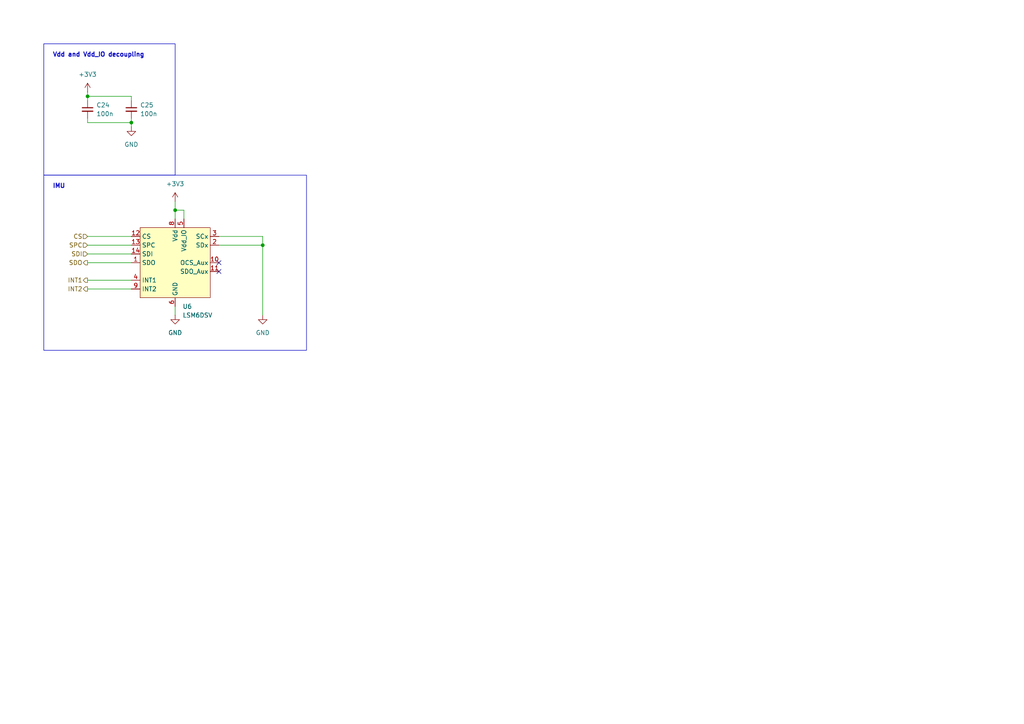
<source format=kicad_sch>
(kicad_sch (version 20250114) (generator "eeschema") (generator_version "9.0")
  (paper "A4")
  (lib_symbols
    (symbol "Device:C_Small" (pin_numbers (hide yes)) (pin_names (offset 0.254) (hide yes))
      (property "Reference" "C" (at 0.254 1.778 0))
      (property "Value" "C_Small" (at 0.254 -2.032 0))
      (symbol "C_Small_0_1"
        (polyline (pts (xy -1.524 0.508) (xy 1.524 0.508)) (stroke (width 0.3048)))
        (polyline (pts (xy -1.524 -0.508) (xy 1.524 -0.508)) (stroke (width 0.3302)))
      )
      (symbol "C_Small_1_1"
        (pin passive line (at 0 2.54 270) (length 2.032) (name "~") (number "1"))
        (pin passive line (at 0 -2.54 90) (length 2.032) (name "~") (number "2"))
      )
    )
    (symbol "Sensor_STMicroelectronics:LSM6DSV"
      (property "Reference" "U" (at -12.7 1.27 0))
      (property "Value" "LSM6DSV" (at -12.7 -1.27 0))
      (symbol "LSM6DSV_0_0"
        (pin unspecified line (at -12.7 -5.08 0) (length 2.54) (name "CS") (number "12"))
        (pin unspecified line (at -12.7 -17.78 0) (length 2.54) (name "INT1") (number "4"))
        (pin unspecified line (at 0 0 270) (length 2.54) (name "Vdd") (number "8"))
        (pin unspecified line (at 0 -25.4 90) (length 2.54) (name "GND") (number "6"))
        (pin unspecified line (at 0 -25.4 90) (length 2.54) (hide yes) (name "GND") (number "7"))
        (pin unspecified line (at 2.54 0 270) (length 2.54) (name "Vdd_IO") (number "5"))
        (pin unspecified line (at 12.7 -5.08 180) (length 2.54) (name "SCx") (number "3"))
        (pin unspecified line (at 12.7 -7.62 180) (length 2.54) (name "SDx") (number "2"))
        (pin unspecified line (at 12.7 -12.7 180) (length 2.54) (name "OCS_Aux") (number "10"))
        (pin unspecified line (at 12.7 -15.24 180) (length 2.54) (name "SDO_Aux") (number "11"))
      )
      (symbol "LSM6DSV_1_0"
        (pin unspecified line (at -12.7 -7.62 0) (length 2.54) (name "SCL") (number "13") (alternate "SPC" unspecified line))
        (pin unspecified line (at -12.7 -10.16 0) (length 2.54) (name "SDA") (number "14") (alternate "SDI" unspecified line))
        (pin unspecified line (at -12.7 -12.7 0) (length 2.54) (name "SDO") (number "1"))
        (pin unspecified line (at -12.7 -20.32 0) (length 2.54) (name "INT2") (number "9"))
      )
      (symbol "LSM6DSV_1_1"
        (rectangle (start -10.16 -2.54) (end 10.16 -22.86) (fill (type background)))
      )
    )
    (symbol "power:+3V3" (power) (pin_numbers (hide yes)) (pin_names (offset 0) (hide yes))
      (property "Value" "+3V3" (at 0 3.556 0))
      (symbol "+3V3_0_1"
        (polyline (pts (xy -0.762 1.27) (xy 0 2.54)))
        (polyline (pts (xy 0 2.54) (xy 0.762 1.27)))
        (polyline (pts (xy 0 0) (xy 0 2.54)))
      )
      (symbol "+3V3_1_1"
        (pin power_in line (at 0 0 90) (length 0) (name "~") (number "1"))
      )
    )
    (symbol "power:GND" (power) (pin_numbers (hide yes)) (pin_names (offset 0) (hide yes))
      (property "Value" "GND" (at 0 -3.81 0))
      (symbol "GND_0_1"
        (polyline (pts (xy 0 0) (xy 0 -1.27) (xy 1.27 -1.27) (xy 0 -2.54) (xy -1.27 -1.27) (xy 0 -1.27)))
      )
      (symbol "GND_1_1"
        (pin power_in line (at 0 0 270) (length 0) (name "~") (number "1"))
      )
    )
  )
  (rectangle (start 12.7 50.8) (end 88.9 101.6))
  (rectangle (start 12.7 12.7) (end 50.8 50.8))
  (text "IMU" (at 15.24 53.34 0) (effects (font (size 1.27 1.27) (thickness 0.254) (bold yes)) (justify left top)))
  (text "Vdd and Vdd_IO decoupling" (at 15.24 15.24 0) (effects (font (size 1.27 1.27) (thickness 0.254) (bold yes)) (justify left top)))
  (junction (at 38.1 35.56))
  (junction (at 76.2 71.12))
  (junction (at 50.8 60.96))
  (junction (at 25.4 27.94))
  (no_connect (at 63.5 76.2))
  (no_connect (at 63.5 78.74))
  (wire (pts (xy 76.2 68.58) (xy 63.5 68.58)))
  (wire (pts (xy 63.5 71.12) (xy 76.2 71.12)))
  (wire (pts (xy 50.8 60.96) (xy 50.8 63.5)))
  (wire (pts (xy 53.34 60.96) (xy 50.8 60.96)))
  (wire (pts (xy 25.4 27.94) (xy 38.1 27.94)))
  (wire (pts (xy 25.4 83.82) (xy 38.1 83.82)))
  (wire (pts (xy 76.2 91.44) (xy 76.2 71.12)))
  (wire (pts (xy 25.4 71.12) (xy 38.1 71.12)))
  (wire (pts (xy 38.1 27.94) (xy 38.1 29.21)))
  (wire (pts (xy 25.4 68.58) (xy 38.1 68.58)))
  (wire (pts (xy 25.4 81.28) (xy 38.1 81.28)))
  (wire (pts (xy 38.1 34.29) (xy 38.1 35.56)))
  (wire (pts (xy 53.34 63.5) (xy 53.34 60.96)))
  (wire (pts (xy 50.8 88.9) (xy 50.8 91.44)))
  (wire (pts (xy 25.4 73.66) (xy 38.1 73.66)))
  (wire (pts (xy 25.4 76.2) (xy 38.1 76.2)))
  (wire (pts (xy 25.4 35.56) (xy 25.4 34.29)))
  (wire (pts (xy 76.2 71.12) (xy 76.2 68.58)))
  (wire (pts (xy 38.1 35.56) (xy 38.1 36.83)))
  (wire (pts (xy 50.8 58.42) (xy 50.8 60.96)))
  (wire (pts (xy 25.4 26.67) (xy 25.4 27.94)))
  (wire (pts (xy 25.4 27.94) (xy 25.4 29.21)))
  (wire (pts (xy 38.1 35.56) (xy 25.4 35.56)))
  (hierarchical_label "INT1" (shape output) (at 25.4 81.28 180) (effects (font (thickness 0.1588))))
  (hierarchical_label "INT2" (shape output) (at 25.4 83.82 180) (effects (font (thickness 0.1588))))
  (hierarchical_label "SDI" (shape input) (at 25.4 73.66 180) (effects (font (thickness 0.1588))))
  (hierarchical_label "SDO" (shape output) (at 25.4 76.2 180) (effects (font (thickness 0.1588))))
  (hierarchical_label "SPC" (shape input) (at 25.4 71.12 180) (effects (font (thickness 0.1588))))
  (hierarchical_label "CS" (shape input) (at 25.4 68.58 180) (effects (font (thickness 0.1588))))
  (symbol (lib_id "Sensor_STMicroelectronics:LSM6DSV") (at 50.8 63.5 0) (unit 1)
    (property "Reference" "U6" (at 52.9433 88.9 0) (effects (justify left)))
    (property "Value" "LSM6DSV" (at 52.9433 91.44 0) (effects (justify left)))
    (property "Footprint" "Package_LGA:LGA-14_3x2.5mm_P0.5mm_LayoutBorder3x4y" (effects (hide yes)))
    (property "Datasheet" "https://www.st.com/resource/en/datasheet/lsm6dsv.pdf" (effects (hide yes)))
    (property "Description" "6-axis inertial measurement unit (IMU) with embedded sensor fusion, I3C, OIS/EIS for smart applications 16g 4000dps" (effects (hide yes)))
    (pin "14" (alternate "SDI"))
    (pin "13" (alternate "SPC"))
  )
  (symbol (lib_id "power:+3V3") (at 25.4 26.67 0) (unit 1)
    (property "Reference" "#PWR046" (effects (hide yes)))
    (property "Value" "+3V3" (at 25.4 21.59 0))
    (property "Description" "Power symbol creates a global label with name \"+3V3\"" (effects (hide yes)))
  )
  (symbol (lib_id "Device:C_Small") (at 25.4 31.75 0) (unit 1)
    (property "Reference" "C24" (at 27.94 30.4862 0) (effects (justify left)))
    (property "Value" "100n" (at 27.94 33.0262 0) (effects (justify left)))
    (property "Description" "Unpolarized capacitor, small symbol" (effects (hide yes)))
  )
  (symbol (lib_id "power:GND") (at 38.1 36.83 0) (unit 1)
    (property "Reference" "#PWR045" (effects (hide yes)))
    (property "Value" "GND" (at 38.1 41.91 0))
    (property "Description" "Power symbol creates a global label with name \"GND\" , ground" (effects (hide yes)))
  )
  (symbol (lib_id "power:GND") (at 50.8 91.44 0) (unit 1)
    (property "Reference" "#PWR043" (effects (hide yes)))
    (property "Value" "GND" (at 50.8 96.52 0))
    (property "Description" "Power symbol creates a global label with name \"GND\" , ground" (effects (hide yes)))
  )
  (symbol (lib_id "power:+3V3") (at 50.8 58.42 0) (unit 1)
    (property "Reference" "#PWR044" (effects (hide yes)))
    (property "Value" "+3V3" (at 50.8 53.34 0))
    (property "Description" "Power symbol creates a global label with name \"+3V3\"" (effects (hide yes)))
  )
  (symbol (lib_id "Device:C_Small") (at 38.1 31.75 0) (unit 1)
    (property "Reference" "C25" (at 40.64 30.4862 0) (effects (justify left)))
    (property "Value" "100n" (at 40.64 33.0262 0) (effects (justify left)))
    (property "Description" "Unpolarized capacitor, small symbol" (effects (hide yes)))
  )
  (symbol (lib_id "power:GND") (at 76.2 91.44 0) (unit 1)
    (property "Reference" "#PWR047" (effects (hide yes)))
    (property "Value" "GND" (at 76.2 96.52 0))
    (property "Description" "Power symbol creates a global label with name \"GND\" , ground" (effects (hide yes)))
  )
)
</source>
